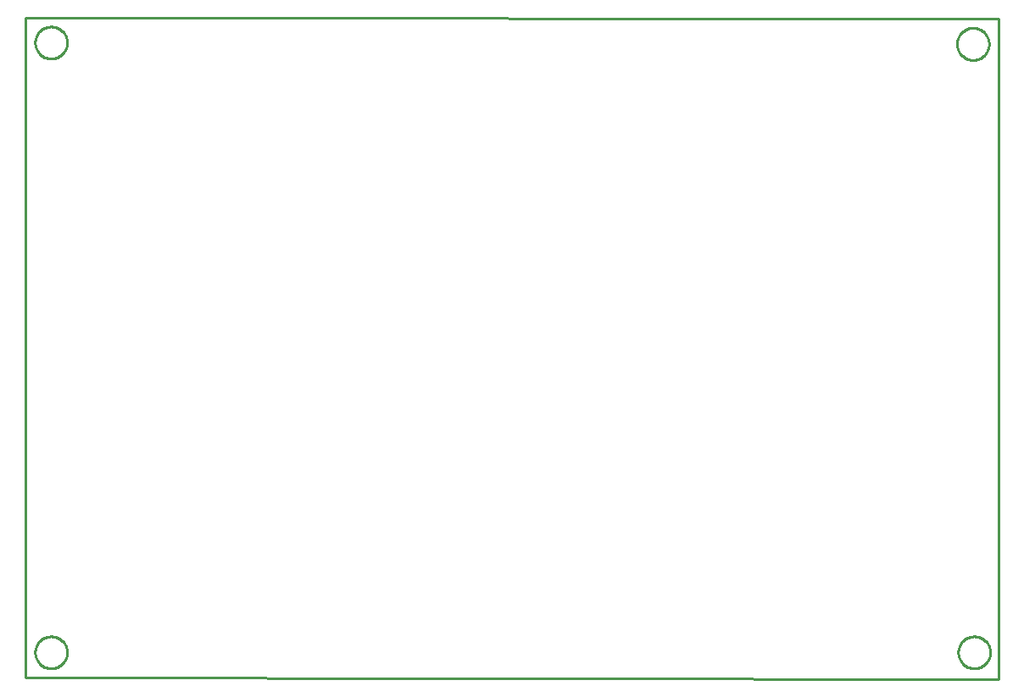
<source format=gbr>
G04 EAGLE Gerber RS-274X export*
G75*
%MOMM*%
%FSLAX34Y34*%
%LPD*%
%IN*%
%IPPOS*%
%AMOC8*
5,1,8,0,0,1.08239X$1,22.5*%
G01*
%ADD10C,0.254000*%


D10*
X0Y165100D02*
X972060Y163830D01*
X972060Y824130D01*
X0Y825400D01*
X0Y165100D01*
X41400Y799576D02*
X41332Y798531D01*
X41195Y797492D01*
X40990Y796465D01*
X40719Y795453D01*
X40383Y794461D01*
X39982Y793493D01*
X39518Y792554D01*
X38995Y791646D01*
X38413Y790775D01*
X37775Y789944D01*
X37084Y789157D01*
X36343Y788416D01*
X35556Y787725D01*
X34725Y787088D01*
X33854Y786506D01*
X32946Y785982D01*
X32007Y785518D01*
X31039Y785117D01*
X30047Y784781D01*
X29035Y784510D01*
X28008Y784305D01*
X26969Y784169D01*
X25924Y784100D01*
X24876Y784100D01*
X23831Y784169D01*
X22792Y784305D01*
X21765Y784510D01*
X20753Y784781D01*
X19761Y785117D01*
X18793Y785518D01*
X17854Y785982D01*
X16946Y786506D01*
X16075Y787088D01*
X15244Y787725D01*
X14457Y788416D01*
X13716Y789157D01*
X13025Y789944D01*
X12388Y790775D01*
X11806Y791646D01*
X11282Y792554D01*
X10818Y793493D01*
X10417Y794461D01*
X10081Y795453D01*
X9810Y796465D01*
X9605Y797492D01*
X9469Y798531D01*
X9400Y799576D01*
X9400Y800624D01*
X9469Y801669D01*
X9605Y802708D01*
X9810Y803735D01*
X10081Y804747D01*
X10417Y805739D01*
X10818Y806707D01*
X11282Y807646D01*
X11806Y808554D01*
X12388Y809425D01*
X13025Y810256D01*
X13716Y811043D01*
X14457Y811784D01*
X15244Y812475D01*
X16075Y813113D01*
X16946Y813695D01*
X17854Y814218D01*
X18793Y814682D01*
X19761Y815083D01*
X20753Y815419D01*
X21765Y815690D01*
X22792Y815895D01*
X23831Y816032D01*
X24876Y816100D01*
X25924Y816100D01*
X26969Y816032D01*
X28008Y815895D01*
X29035Y815690D01*
X30047Y815419D01*
X31039Y815083D01*
X32007Y814682D01*
X32946Y814218D01*
X33854Y813695D01*
X34725Y813113D01*
X35556Y812475D01*
X36343Y811784D01*
X37084Y811043D01*
X37775Y810256D01*
X38413Y809425D01*
X38995Y808554D01*
X39518Y807646D01*
X39982Y806707D01*
X40383Y805739D01*
X40719Y804747D01*
X40990Y803735D01*
X41195Y802708D01*
X41332Y801669D01*
X41400Y800624D01*
X41400Y799576D01*
X962150Y798306D02*
X962082Y797261D01*
X961945Y796222D01*
X961740Y795195D01*
X961469Y794183D01*
X961133Y793191D01*
X960732Y792223D01*
X960268Y791284D01*
X959745Y790376D01*
X959163Y789505D01*
X958525Y788674D01*
X957834Y787887D01*
X957093Y787146D01*
X956306Y786455D01*
X955475Y785818D01*
X954604Y785236D01*
X953696Y784712D01*
X952757Y784248D01*
X951789Y783847D01*
X950797Y783511D01*
X949785Y783240D01*
X948758Y783035D01*
X947719Y782899D01*
X946674Y782830D01*
X945626Y782830D01*
X944581Y782899D01*
X943542Y783035D01*
X942515Y783240D01*
X941503Y783511D01*
X940511Y783847D01*
X939543Y784248D01*
X938604Y784712D01*
X937696Y785236D01*
X936825Y785818D01*
X935994Y786455D01*
X935207Y787146D01*
X934466Y787887D01*
X933775Y788674D01*
X933138Y789505D01*
X932556Y790376D01*
X932032Y791284D01*
X931568Y792223D01*
X931167Y793191D01*
X930831Y794183D01*
X930560Y795195D01*
X930355Y796222D01*
X930219Y797261D01*
X930150Y798306D01*
X930150Y799354D01*
X930219Y800399D01*
X930355Y801438D01*
X930560Y802465D01*
X930831Y803477D01*
X931167Y804469D01*
X931568Y805437D01*
X932032Y806376D01*
X932556Y807284D01*
X933138Y808155D01*
X933775Y808986D01*
X934466Y809773D01*
X935207Y810514D01*
X935994Y811205D01*
X936825Y811843D01*
X937696Y812425D01*
X938604Y812948D01*
X939543Y813412D01*
X940511Y813813D01*
X941503Y814149D01*
X942515Y814420D01*
X943542Y814625D01*
X944581Y814762D01*
X945626Y814830D01*
X946674Y814830D01*
X947719Y814762D01*
X948758Y814625D01*
X949785Y814420D01*
X950797Y814149D01*
X951789Y813813D01*
X952757Y813412D01*
X953696Y812948D01*
X954604Y812425D01*
X955475Y811843D01*
X956306Y811205D01*
X957093Y810514D01*
X957834Y809773D01*
X958525Y808986D01*
X959163Y808155D01*
X959745Y807284D01*
X960268Y806376D01*
X960732Y805437D01*
X961133Y804469D01*
X961469Y803477D01*
X961740Y802465D01*
X961945Y801438D01*
X962082Y800399D01*
X962150Y799354D01*
X962150Y798306D01*
X41400Y189976D02*
X41332Y188931D01*
X41195Y187892D01*
X40990Y186865D01*
X40719Y185853D01*
X40383Y184861D01*
X39982Y183893D01*
X39518Y182954D01*
X38995Y182046D01*
X38413Y181175D01*
X37775Y180344D01*
X37084Y179557D01*
X36343Y178816D01*
X35556Y178125D01*
X34725Y177488D01*
X33854Y176906D01*
X32946Y176382D01*
X32007Y175918D01*
X31039Y175517D01*
X30047Y175181D01*
X29035Y174910D01*
X28008Y174705D01*
X26969Y174569D01*
X25924Y174500D01*
X24876Y174500D01*
X23831Y174569D01*
X22792Y174705D01*
X21765Y174910D01*
X20753Y175181D01*
X19761Y175517D01*
X18793Y175918D01*
X17854Y176382D01*
X16946Y176906D01*
X16075Y177488D01*
X15244Y178125D01*
X14457Y178816D01*
X13716Y179557D01*
X13025Y180344D01*
X12388Y181175D01*
X11806Y182046D01*
X11282Y182954D01*
X10818Y183893D01*
X10417Y184861D01*
X10081Y185853D01*
X9810Y186865D01*
X9605Y187892D01*
X9469Y188931D01*
X9400Y189976D01*
X9400Y191024D01*
X9469Y192069D01*
X9605Y193108D01*
X9810Y194135D01*
X10081Y195147D01*
X10417Y196139D01*
X10818Y197107D01*
X11282Y198046D01*
X11806Y198954D01*
X12388Y199825D01*
X13025Y200656D01*
X13716Y201443D01*
X14457Y202184D01*
X15244Y202875D01*
X16075Y203513D01*
X16946Y204095D01*
X17854Y204618D01*
X18793Y205082D01*
X19761Y205483D01*
X20753Y205819D01*
X21765Y206090D01*
X22792Y206295D01*
X23831Y206432D01*
X24876Y206500D01*
X25924Y206500D01*
X26969Y206432D01*
X28008Y206295D01*
X29035Y206090D01*
X30047Y205819D01*
X31039Y205483D01*
X32007Y205082D01*
X32946Y204618D01*
X33854Y204095D01*
X34725Y203513D01*
X35556Y202875D01*
X36343Y202184D01*
X37084Y201443D01*
X37775Y200656D01*
X38413Y199825D01*
X38995Y198954D01*
X39518Y198046D01*
X39982Y197107D01*
X40383Y196139D01*
X40719Y195147D01*
X40990Y194135D01*
X41195Y193108D01*
X41332Y192069D01*
X41400Y191024D01*
X41400Y189976D01*
X963420Y189976D02*
X963352Y188931D01*
X963215Y187892D01*
X963010Y186865D01*
X962739Y185853D01*
X962403Y184861D01*
X962002Y183893D01*
X961538Y182954D01*
X961015Y182046D01*
X960433Y181175D01*
X959795Y180344D01*
X959104Y179557D01*
X958363Y178816D01*
X957576Y178125D01*
X956745Y177488D01*
X955874Y176906D01*
X954966Y176382D01*
X954027Y175918D01*
X953059Y175517D01*
X952067Y175181D01*
X951055Y174910D01*
X950028Y174705D01*
X948989Y174569D01*
X947944Y174500D01*
X946896Y174500D01*
X945851Y174569D01*
X944812Y174705D01*
X943785Y174910D01*
X942773Y175181D01*
X941781Y175517D01*
X940813Y175918D01*
X939874Y176382D01*
X938966Y176906D01*
X938095Y177488D01*
X937264Y178125D01*
X936477Y178816D01*
X935736Y179557D01*
X935045Y180344D01*
X934408Y181175D01*
X933826Y182046D01*
X933302Y182954D01*
X932838Y183893D01*
X932437Y184861D01*
X932101Y185853D01*
X931830Y186865D01*
X931625Y187892D01*
X931489Y188931D01*
X931420Y189976D01*
X931420Y191024D01*
X931489Y192069D01*
X931625Y193108D01*
X931830Y194135D01*
X932101Y195147D01*
X932437Y196139D01*
X932838Y197107D01*
X933302Y198046D01*
X933826Y198954D01*
X934408Y199825D01*
X935045Y200656D01*
X935736Y201443D01*
X936477Y202184D01*
X937264Y202875D01*
X938095Y203513D01*
X938966Y204095D01*
X939874Y204618D01*
X940813Y205082D01*
X941781Y205483D01*
X942773Y205819D01*
X943785Y206090D01*
X944812Y206295D01*
X945851Y206432D01*
X946896Y206500D01*
X947944Y206500D01*
X948989Y206432D01*
X950028Y206295D01*
X951055Y206090D01*
X952067Y205819D01*
X953059Y205483D01*
X954027Y205082D01*
X954966Y204618D01*
X955874Y204095D01*
X956745Y203513D01*
X957576Y202875D01*
X958363Y202184D01*
X959104Y201443D01*
X959795Y200656D01*
X960433Y199825D01*
X961015Y198954D01*
X961538Y198046D01*
X962002Y197107D01*
X962403Y196139D01*
X962739Y195147D01*
X963010Y194135D01*
X963215Y193108D01*
X963352Y192069D01*
X963420Y191024D01*
X963420Y189976D01*
M02*

</source>
